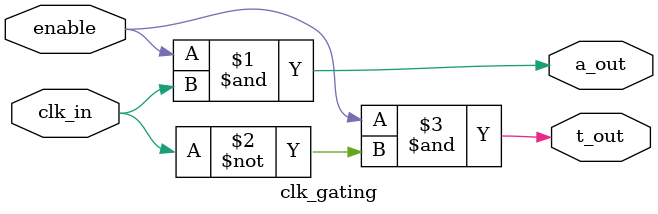
<source format=v>
module clk_gating( input clk_in, input enable,output  a_out,output  t_out);
assign a_out= enable & clk_in;
assign t_out=enable & ~clk_in;
endmodule

</source>
